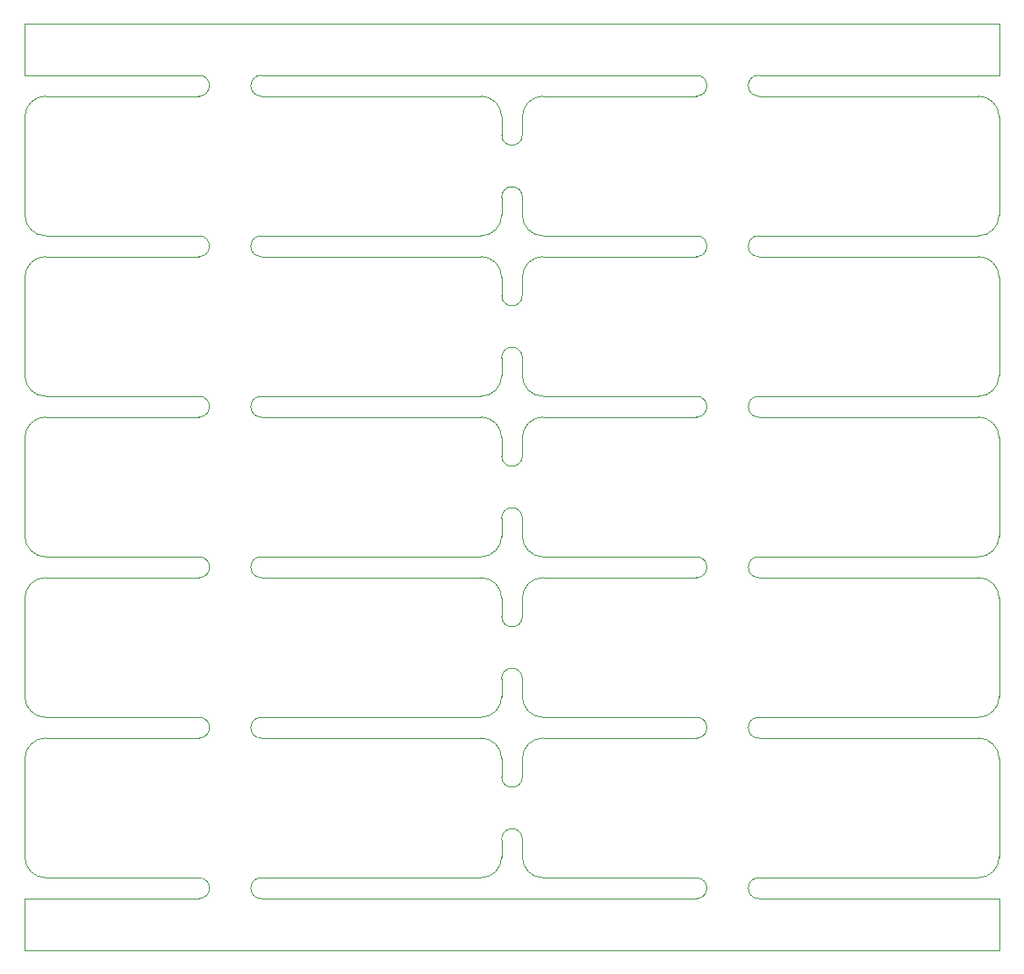
<source format=gm1>
G04 #@! TF.GenerationSoftware,KiCad,Pcbnew,(6.0.1)*
G04 #@! TF.CreationDate,2022-01-26T16:15:35+01:00*
G04 #@! TF.ProjectId,atari-junior-av-mod,61746172-692d-46a7-956e-696f722d6176,rev?*
G04 #@! TF.SameCoordinates,PX5edde38PY83caa5c*
G04 #@! TF.FileFunction,Profile,NP*
%FSLAX46Y46*%
G04 Gerber Fmt 4.6, Leading zero omitted, Abs format (unit mm)*
G04 Created by KiCad (PCBNEW (6.0.1)) date 2022-01-26 16:15:35*
%MOMM*%
%LPD*%
G01*
G04 APERTURE LIST*
G04 #@! TA.AperFunction,Profile*
%ADD10C,0.100000*%
G04 #@! TD*
G04 APERTURE END LIST*
D10*
X48000000Y10750000D02*
X48000000Y9000000D01*
X48000000Y18500000D02*
X48000000Y16750000D01*
X48000000Y26250000D02*
X48000000Y24500000D01*
X48000000Y34000000D02*
X48000000Y32250000D01*
X48000000Y41750000D02*
X48000000Y40000000D01*
X48000000Y49500000D02*
X48000000Y47750000D01*
X48000000Y57250000D02*
X48000000Y55500000D01*
X48000000Y65000000D02*
X48000000Y63250000D01*
X48000000Y72750000D02*
X48000000Y71000000D01*
X48000000Y80500000D02*
X48000000Y78750000D01*
X92000000Y7000000D02*
X70800000Y7000000D01*
X94000000Y9000000D02*
X94000000Y18500000D01*
X64800000Y7000000D02*
X50000000Y7000000D01*
X70800000Y20500000D02*
X92000000Y20500000D01*
X70800000Y7000000D02*
G75*
G03*
X70800000Y5000000I0J-1000000D01*
G01*
X64800000Y20500000D02*
X50000000Y20500000D01*
X92000000Y7000000D02*
G75*
G03*
X94000000Y9000000I1J1999999D01*
G01*
X94000000Y18500000D02*
G75*
G03*
X92000000Y20500000I-1999999J1D01*
G01*
X50000000Y20500000D02*
G75*
G03*
X48000000Y18500000I-1J-1999999D01*
G01*
X48000000Y9000000D02*
G75*
G03*
X50000000Y7000000I1999999J-1D01*
G01*
X44000000Y7000000D02*
X22800000Y7000000D01*
X46000000Y16750000D02*
X46000000Y18500000D01*
X16800000Y7000000D02*
X2000000Y7000000D01*
X22800000Y20500000D02*
X44000000Y20500000D01*
X22800000Y7000000D02*
G75*
G03*
X22800000Y5000000I0J-1000000D01*
G01*
X16800000Y5000000D02*
G75*
G03*
X16800000Y7000000I0J1000000D01*
G01*
X16800000Y20500000D02*
X2000000Y20500000D01*
X0Y9000000D02*
X0Y18500000D01*
X46000000Y9000000D02*
X46000000Y10700000D01*
X47999999Y10750000D02*
G75*
G03*
X46000000Y10700000I-1000624J-30D01*
G01*
X46000000Y16750000D02*
G75*
G03*
X48000000Y16750000I1000000J0D01*
G01*
X44000000Y7000000D02*
G75*
G03*
X46000000Y9000000I1J1999999D01*
G01*
X46000000Y18500000D02*
G75*
G03*
X44000000Y20500000I-1999999J1D01*
G01*
X2000000Y20500000D02*
G75*
G03*
X0Y18500000I-1J-1999999D01*
G01*
X0Y9000000D02*
G75*
G03*
X2000000Y7000000I1999999J-1D01*
G01*
X92000000Y22500000D02*
X70800000Y22500000D01*
X94000000Y24500000D02*
X94000000Y34000000D01*
X64800000Y22500000D02*
X50000000Y22500000D01*
X70800000Y36000000D02*
X92000000Y36000000D01*
X70800000Y22500000D02*
G75*
G03*
X70800000Y20500000I0J-1000000D01*
G01*
X64800000Y20500000D02*
G75*
G03*
X64800000Y22500000I0J1000000D01*
G01*
X64800000Y36000000D02*
X50000000Y36000000D01*
X92000000Y22500000D02*
G75*
G03*
X94000000Y24500000I1J1999999D01*
G01*
X94000000Y34000000D02*
G75*
G03*
X92000000Y36000000I-1999999J1D01*
G01*
X50000000Y36000000D02*
G75*
G03*
X48000000Y34000000I-1J-1999999D01*
G01*
X48000000Y24500000D02*
G75*
G03*
X50000000Y22500000I1999999J-1D01*
G01*
X44000000Y22500000D02*
X22800000Y22500000D01*
X46000000Y32250000D02*
X46000000Y34000000D01*
X16800000Y22500000D02*
X2000000Y22500000D01*
X22800000Y36000000D02*
X44000000Y36000000D01*
X22800000Y22500000D02*
G75*
G03*
X22800000Y20500000I0J-1000000D01*
G01*
X16800000Y20500000D02*
G75*
G03*
X16800000Y22500000I0J1000000D01*
G01*
X16800000Y36000000D02*
X2000000Y36000000D01*
X0Y24500000D02*
X0Y34000000D01*
X46000000Y24500000D02*
X46000000Y26200000D01*
X47999999Y26250000D02*
G75*
G03*
X46000000Y26200000I-1000624J-30D01*
G01*
X46000000Y32250000D02*
G75*
G03*
X48000000Y32250000I1000000J0D01*
G01*
X44000000Y22500000D02*
G75*
G03*
X46000000Y24500000I1J1999999D01*
G01*
X46000000Y34000000D02*
G75*
G03*
X44000000Y36000000I-1999999J1D01*
G01*
X2000000Y36000000D02*
G75*
G03*
X0Y34000000I-1J-1999999D01*
G01*
X0Y24500000D02*
G75*
G03*
X2000000Y22500000I1999999J-1D01*
G01*
X92000000Y38000000D02*
X70800000Y38000000D01*
X94000000Y40000000D02*
X94000000Y49500000D01*
X64800000Y38000000D02*
X50000000Y38000000D01*
X70800000Y51500000D02*
X92000000Y51500000D01*
X70800000Y38000000D02*
G75*
G03*
X70800000Y36000000I0J-1000000D01*
G01*
X64800000Y36000000D02*
G75*
G03*
X64800000Y38000000I0J1000000D01*
G01*
X64800000Y51500000D02*
X50000000Y51500000D01*
X92000000Y38000000D02*
G75*
G03*
X94000000Y40000000I1J1999999D01*
G01*
X94000000Y49500000D02*
G75*
G03*
X92000000Y51500000I-1999999J1D01*
G01*
X50000000Y51500000D02*
G75*
G03*
X48000000Y49500000I-1J-1999999D01*
G01*
X48000000Y40000000D02*
G75*
G03*
X50000000Y38000000I1999999J-1D01*
G01*
X44000000Y38000000D02*
X22800000Y38000000D01*
X46000000Y47750000D02*
X46000000Y49500000D01*
X16800000Y38000000D02*
X2000000Y38000000D01*
X22800000Y51500000D02*
X44000000Y51500000D01*
X22800000Y38000000D02*
G75*
G03*
X22800000Y36000000I0J-1000000D01*
G01*
X16800000Y36000000D02*
G75*
G03*
X16800000Y38000000I0J1000000D01*
G01*
X16800000Y51500000D02*
X2000000Y51500000D01*
X0Y40000000D02*
X0Y49500000D01*
X46000000Y40000000D02*
X46000000Y41700000D01*
X47999999Y41750000D02*
G75*
G03*
X46000000Y41700000I-1000624J-30D01*
G01*
X46000000Y47750000D02*
G75*
G03*
X48000000Y47750000I1000000J0D01*
G01*
X44000000Y38000000D02*
G75*
G03*
X46000000Y40000000I1J1999999D01*
G01*
X46000000Y49500000D02*
G75*
G03*
X44000000Y51500000I-1999999J1D01*
G01*
X2000000Y51500000D02*
G75*
G03*
X0Y49500000I-1J-1999999D01*
G01*
X0Y40000000D02*
G75*
G03*
X2000000Y38000000I1999999J-1D01*
G01*
X92000000Y53500000D02*
X70800000Y53500000D01*
X94000000Y55500000D02*
X94000000Y65000000D01*
X64800000Y53500000D02*
X50000000Y53500000D01*
X70800000Y67000000D02*
X92000000Y67000000D01*
X70800000Y53500000D02*
G75*
G03*
X70800000Y51500000I0J-1000000D01*
G01*
X64800000Y51500000D02*
G75*
G03*
X64800000Y53500000I0J1000000D01*
G01*
X64800000Y67000000D02*
X50000000Y67000000D01*
X92000000Y53500000D02*
G75*
G03*
X94000000Y55500000I1J1999999D01*
G01*
X94000000Y65000000D02*
G75*
G03*
X92000000Y67000000I-1999999J1D01*
G01*
X50000000Y67000000D02*
G75*
G03*
X48000000Y65000000I-1J-1999999D01*
G01*
X48000000Y55500000D02*
G75*
G03*
X50000000Y53500000I1999999J-1D01*
G01*
X44000000Y53500000D02*
X22800000Y53500000D01*
X46000000Y63250000D02*
X46000000Y65000000D01*
X16800000Y53500000D02*
X2000000Y53500000D01*
X22800000Y67000000D02*
X44000000Y67000000D01*
X22800000Y53500000D02*
G75*
G03*
X22800000Y51500000I0J-1000000D01*
G01*
X16800000Y51500000D02*
G75*
G03*
X16800000Y53500000I0J1000000D01*
G01*
X16800000Y67000000D02*
X2000000Y67000000D01*
X0Y55500000D02*
X0Y65000000D01*
X46000000Y55500000D02*
X46000000Y57200000D01*
X47999999Y57250000D02*
G75*
G03*
X46000000Y57200000I-1000624J-30D01*
G01*
X46000000Y63250000D02*
G75*
G03*
X48000000Y63250000I1000000J0D01*
G01*
X44000000Y53500000D02*
G75*
G03*
X46000000Y55500000I1J1999999D01*
G01*
X46000000Y65000000D02*
G75*
G03*
X44000000Y67000000I-1999999J1D01*
G01*
X2000000Y67000000D02*
G75*
G03*
X0Y65000000I-1J-1999999D01*
G01*
X0Y55500000D02*
G75*
G03*
X2000000Y53500000I1999999J-1D01*
G01*
X92000000Y69000000D02*
X70800000Y69000000D01*
X94000000Y71000000D02*
X94000000Y80500000D01*
X64800000Y69000000D02*
X50000000Y69000000D01*
X70800000Y82500000D02*
X92000000Y82500000D01*
X70800000Y69000000D02*
G75*
G03*
X70800000Y67000000I0J-1000000D01*
G01*
X64800000Y67000000D02*
G75*
G03*
X64800000Y69000000I0J1000000D01*
G01*
X64800000Y82500000D02*
X50000000Y82500000D01*
X92000000Y69000000D02*
G75*
G03*
X94000000Y71000000I1J1999999D01*
G01*
X94000000Y80500000D02*
G75*
G03*
X92000000Y82500000I-1999999J1D01*
G01*
X50000000Y82500000D02*
G75*
G03*
X48000000Y80500000I-1J-1999999D01*
G01*
X48000000Y71000000D02*
G75*
G03*
X50000000Y69000000I1999999J-1D01*
G01*
X0Y89500000D02*
X94000000Y89500000D01*
X94000000Y84500000D02*
X94000000Y89500000D01*
X70800000Y84500000D02*
X94000000Y84500000D01*
X22800000Y84500000D02*
X64800000Y84500000D01*
X0Y84500000D02*
X0Y89500000D01*
X16800000Y84500000D02*
X0Y84500000D01*
X64800000Y5000000D02*
X22800000Y5000000D01*
X0Y0D02*
X94000000Y0D01*
X0Y5000000D02*
X0Y0D01*
X0Y5000000D02*
X16800000Y5000000D01*
X94000000Y5000000D02*
X94000000Y0D01*
X70800000Y5000000D02*
X94000000Y5000000D01*
X64800000Y5000000D02*
G75*
G03*
X64800000Y7000000I0J1000000D01*
G01*
X64800000Y82500000D02*
G75*
G03*
X64800000Y84500000I0J1000000D01*
G01*
X70800000Y84500000D02*
G75*
G03*
X70800000Y82500000I0J-1000000D01*
G01*
X22800000Y82500000D02*
X44000000Y82500000D01*
X16800000Y82500000D02*
X2000000Y82500000D01*
X0Y71000000D02*
X0Y80500000D01*
X16800000Y69000000D02*
X2000000Y69000000D01*
X44000000Y69000000D02*
X22800000Y69000000D01*
X22800000Y69000000D02*
G75*
G03*
X22800000Y67000000I0J-1000000D01*
G01*
X16800000Y67000000D02*
G75*
G03*
X16800000Y69000000I0J1000000D01*
G01*
X22800000Y84500000D02*
G75*
G03*
X22800000Y82500000I0J-1000000D01*
G01*
X16800000Y82500000D02*
G75*
G03*
X16800000Y84500000I0J1000000D01*
G01*
X46000000Y78750000D02*
X46000000Y80500000D01*
X46000000Y71000000D02*
X46000000Y72700000D01*
X47999999Y72750000D02*
G75*
G03*
X46000000Y72700000I-1000624J-30D01*
G01*
X46000000Y78750000D02*
G75*
G03*
X48000000Y78750000I1000000J0D01*
G01*
X0Y71000000D02*
G75*
G03*
X2000000Y69000000I1999999J-1D01*
G01*
X2000000Y82500000D02*
G75*
G03*
X0Y80500000I-1J-1999999D01*
G01*
X46000000Y80500000D02*
G75*
G03*
X44000000Y82500000I-1999999J1D01*
G01*
X44000000Y69000000D02*
G75*
G03*
X46000000Y71000000I1J1999999D01*
G01*
M02*

</source>
